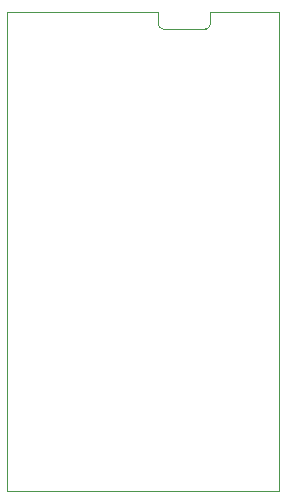
<source format=gbr>
%TF.GenerationSoftware,KiCad,Pcbnew,9.0.7*%
%TF.CreationDate,2026-01-16T10:51:50-07:00*%
%TF.ProjectId,keylink_revB,6b65796c-696e-46b5-9f72-6576422e6b69,rev?*%
%TF.SameCoordinates,Original*%
%TF.FileFunction,Profile,NP*%
%FSLAX46Y46*%
G04 Gerber Fmt 4.6, Leading zero omitted, Abs format (unit mm)*
G04 Created by KiCad (PCBNEW 9.0.7) date 2026-01-16 10:51:50*
%MOMM*%
%LPD*%
G01*
G04 APERTURE LIST*
%TA.AperFunction,Profile*%
%ADD10C,0.050000*%
%TD*%
%TA.AperFunction,Profile*%
%ADD11C,0.120000*%
%TD*%
G04 APERTURE END LIST*
D10*
X102500000Y-62000000D02*
X110000000Y-62000000D01*
X108500000Y-21500000D02*
X110000000Y-21500000D01*
X87000000Y-62000000D02*
X95250000Y-62000000D01*
X87000000Y-28000000D02*
X87000000Y-62000000D01*
X87000000Y-21500000D02*
X95500000Y-21500000D01*
X87000000Y-25750000D02*
X87000000Y-21500000D01*
X95250000Y-62000000D02*
X102500000Y-62000000D01*
X87000000Y-25750000D02*
X87000000Y-28000000D01*
X110000000Y-62000000D02*
X110000000Y-21500000D01*
D11*
%TO.C,J2*%
X104200000Y-22500000D02*
X104200000Y-21500000D01*
X104200000Y-21500000D02*
X108500000Y-21500000D01*
X100200000Y-22900000D02*
X103800000Y-22900000D01*
X99800000Y-22500000D02*
X99800000Y-21500000D01*
X99800000Y-21500000D02*
X95500000Y-21500000D01*
X104200000Y-22500000D02*
G75*
G02*
X103800000Y-22900000I-400001J1D01*
G01*
X100200000Y-22900000D02*
G75*
G02*
X99800000Y-22500000I0J400000D01*
G01*
%TD*%
M02*

</source>
